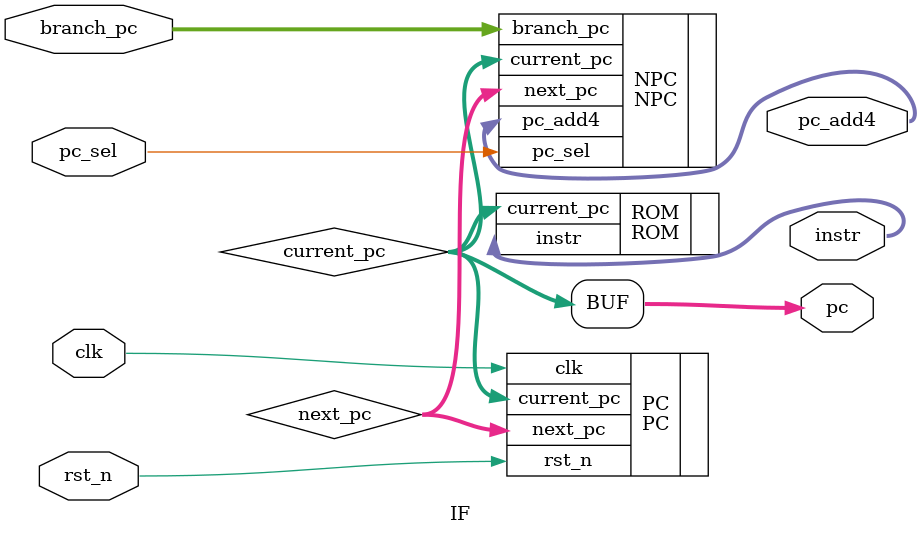
<source format=v>
module IF (
    input         clk      ,
    input         rst_n    ,
    input  [31:0] branch_pc,
    input         pc_sel   ,
    output [31:0] instr    ,
    output [31:0] pc       ,
    output [31:0] pc_add4   
);
//**************************************************//
//------------------- wire define ------------------//
//**************************************************//
wire [31:0] next_pc   ;
wire [31:0] current_pc;
//**************************************************//
//------------------------ PC ----------------------//
//**************************************************//
assign pc = current_pc;
//**************************************************//
//---------------------- module --------------------//
//**************************************************//
NPC NPC (
    // input
    .current_pc ( current_pc ),
    .branch_pc  ( branch_pc  ),
    .pc_sel     ( pc_sel     ),
    // output
    .next_pc    ( next_pc    ),
    .pc_add4    ( pc_add4    )
);
PC PC (
    // input
    .clk        ( clk        ),
    .rst_n      ( rst_n      ),
    .next_pc    ( next_pc    ),
    // output
    .current_pc ( current_pc )
);
ROM ROM (
    // input
    .current_pc ( current_pc ),
    // output
    .instr      ( instr      )
);
endmodule
</source>
